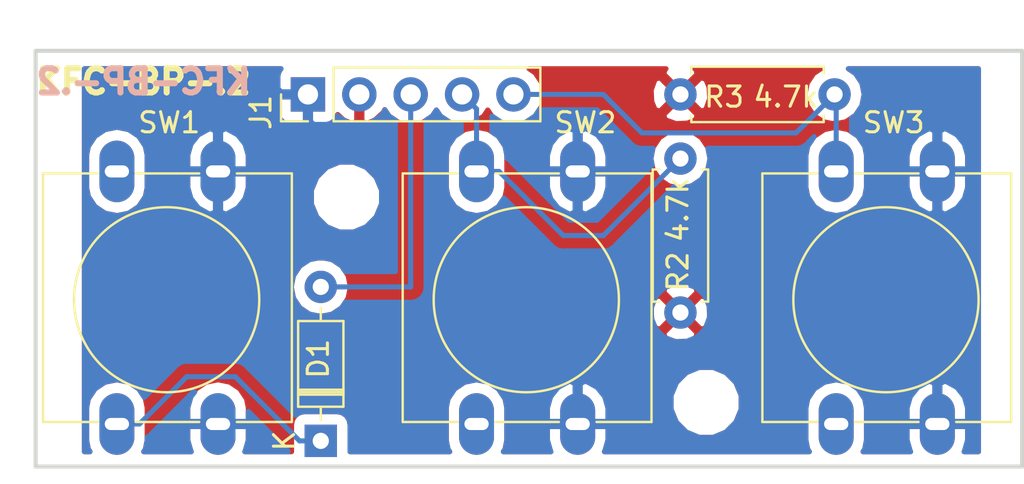
<source format=kicad_pcb>
(kicad_pcb (version 20171130) (host pcbnew "(5.0.1)-4")

  (general
    (thickness 1.6)
    (drawings 6)
    (tracks 19)
    (zones 0)
    (modules 9)
    (nets 7)
  )

  (page A4)
  (layers
    (0 F.Cu signal)
    (31 B.Cu signal)
    (32 B.Adhes user)
    (33 F.Adhes user)
    (34 B.Paste user)
    (35 F.Paste user)
    (36 B.SilkS user)
    (37 F.SilkS user)
    (38 B.Mask user)
    (39 F.Mask user)
    (40 Dwgs.User user)
    (41 Cmts.User user)
    (42 Eco1.User user)
    (43 Eco2.User user)
    (44 Edge.Cuts user)
    (45 Margin user)
    (46 B.CrtYd user)
    (47 F.CrtYd user)
    (48 B.Fab user)
    (49 F.Fab user)
  )

  (setup
    (last_trace_width 0.25)
    (trace_clearance 0.2)
    (zone_clearance 0.508)
    (zone_45_only no)
    (trace_min 0.2)
    (segment_width 0.2)
    (edge_width 0.1)
    (via_size 0.8)
    (via_drill 0.4)
    (via_min_size 0.4)
    (via_min_drill 0.3)
    (uvia_size 0.3)
    (uvia_drill 0.1)
    (uvias_allowed no)
    (uvia_min_size 0.2)
    (uvia_min_drill 0.1)
    (pcb_text_width 0.3)
    (pcb_text_size 1.5 1.5)
    (mod_edge_width 0.15)
    (mod_text_size 1 1)
    (mod_text_width 0.15)
    (pad_size 1.5 1.5)
    (pad_drill 0.6)
    (pad_to_mask_clearance 0)
    (aux_axis_origin 0 0)
    (visible_elements FFFFFF7F)
    (pcbplotparams
      (layerselection 0x010fc_ffffffff)
      (usegerberextensions false)
      (usegerberattributes false)
      (usegerberadvancedattributes false)
      (creategerberjobfile false)
      (excludeedgelayer true)
      (linewidth 0.100000)
      (plotframeref false)
      (viasonmask false)
      (mode 1)
      (useauxorigin false)
      (hpglpennumber 1)
      (hpglpenspeed 20)
      (hpglpendiameter 15.000000)
      (psnegative false)
      (psa4output false)
      (plotreference true)
      (plotvalue true)
      (plotinvisibletext false)
      (padsonsilk false)
      (subtractmaskfromsilk false)
      (outputformat 1)
      (mirror false)
      (drillshape 0)
      (scaleselection 1)
      (outputdirectory ""))
  )

  (net 0 "")
  (net 1 "Net-(D1-Pad1)")
  (net 2 "Net-(D1-Pad2)")
  (net 3 +5V)
  (net 4 GND)
  (net 5 "Net-(J1-Pad4)")
  (net 6 "Net-(J1-Pad5)")

  (net_class Default "This is the default net class."
    (clearance 0.2)
    (trace_width 0.25)
    (via_dia 0.8)
    (via_drill 0.4)
    (uvia_dia 0.3)
    (uvia_drill 0.1)
    (add_net +5V)
    (add_net GND)
    (add_net "Net-(D1-Pad1)")
    (add_net "Net-(D1-Pad2)")
    (add_net "Net-(J1-Pad4)")
    (add_net "Net-(J1-Pad5)")
  )

  (module MountingHole:MountingHole_2.2mm_M2 (layer F.Cu) (tedit 5C991034) (tstamp 5CBDC443)
    (at 154.305 62.865)
    (descr "Mounting Hole 2.2mm, no annular, M2")
    (tags "mounting hole 2.2mm no annular m2")
    (attr virtual)
    (fp_text reference REF** (at 0 -3.2) (layer F.Fab)
      (effects (font (size 1 1) (thickness 0.15)))
    )
    (fp_text value MountingHole_2.2mm_M2 (at 0 3.2) (layer F.Fab)
      (effects (font (size 1 1) (thickness 0.15)))
    )
    (fp_text user %R (at 0.3 0) (layer F.Fab)
      (effects (font (size 1 1) (thickness 0.15)))
    )
    (fp_circle (center 0 0) (end 2.2 0) (layer Cmts.User) (width 0.15))
    (fp_circle (center 0 0) (end 2.45 0) (layer F.CrtYd) (width 0.05))
    (pad 1 np_thru_hole circle (at 0 0) (size 2.2 2.2) (drill 2.2) (layers *.Cu *.Mask))
  )

  (module Diode_THT:D_DO-35_SOD27_P7.62mm_Horizontal (layer F.Cu) (tedit 5AE50CD5) (tstamp 5CBDB7C3)
    (at 135.255 64.77 90)
    (descr "Diode, DO-35_SOD27 series, Axial, Horizontal, pin pitch=7.62mm, , length*diameter=4*2mm^2, , http://www.diodes.com/_files/packages/DO-35.pdf")
    (tags "Diode DO-35_SOD27 series Axial Horizontal pin pitch 7.62mm  length 4mm diameter 2mm")
    (path /5C65F8A8)
    (fp_text reference D1 (at 4.064 -0.127 90) (layer F.SilkS)
      (effects (font (size 1 1) (thickness 0.15)))
    )
    (fp_text value D (at 3.81 2.12 90) (layer F.Fab)
      (effects (font (size 1 1) (thickness 0.15)))
    )
    (fp_line (start 1.81 -1) (end 1.81 1) (layer F.Fab) (width 0.1))
    (fp_line (start 1.81 1) (end 5.81 1) (layer F.Fab) (width 0.1))
    (fp_line (start 5.81 1) (end 5.81 -1) (layer F.Fab) (width 0.1))
    (fp_line (start 5.81 -1) (end 1.81 -1) (layer F.Fab) (width 0.1))
    (fp_line (start 0 0) (end 1.81 0) (layer F.Fab) (width 0.1))
    (fp_line (start 7.62 0) (end 5.81 0) (layer F.Fab) (width 0.1))
    (fp_line (start 2.41 -1) (end 2.41 1) (layer F.Fab) (width 0.1))
    (fp_line (start 2.51 -1) (end 2.51 1) (layer F.Fab) (width 0.1))
    (fp_line (start 2.31 -1) (end 2.31 1) (layer F.Fab) (width 0.1))
    (fp_line (start 1.69 -1.12) (end 1.69 1.12) (layer F.SilkS) (width 0.12))
    (fp_line (start 1.69 1.12) (end 5.93 1.12) (layer F.SilkS) (width 0.12))
    (fp_line (start 5.93 1.12) (end 5.93 -1.12) (layer F.SilkS) (width 0.12))
    (fp_line (start 5.93 -1.12) (end 1.69 -1.12) (layer F.SilkS) (width 0.12))
    (fp_line (start 1.04 0) (end 1.69 0) (layer F.SilkS) (width 0.12))
    (fp_line (start 6.58 0) (end 5.93 0) (layer F.SilkS) (width 0.12))
    (fp_line (start 2.41 -1.12) (end 2.41 1.12) (layer F.SilkS) (width 0.12))
    (fp_line (start 2.53 -1.12) (end 2.53 1.12) (layer F.SilkS) (width 0.12))
    (fp_line (start 2.29 -1.12) (end 2.29 1.12) (layer F.SilkS) (width 0.12))
    (fp_line (start -1.05 -1.25) (end -1.05 1.25) (layer F.CrtYd) (width 0.05))
    (fp_line (start -1.05 1.25) (end 8.67 1.25) (layer F.CrtYd) (width 0.05))
    (fp_line (start 8.67 1.25) (end 8.67 -1.25) (layer F.CrtYd) (width 0.05))
    (fp_line (start 8.67 -1.25) (end -1.05 -1.25) (layer F.CrtYd) (width 0.05))
    (fp_text user %R (at 4.11 0 90) (layer F.Fab)
      (effects (font (size 0.8 0.8) (thickness 0.12)))
    )
    (fp_text user K (at 0 -1.8 90) (layer F.Fab)
      (effects (font (size 1 1) (thickness 0.15)))
    )
    (fp_text user K (at 0 -1.8 90) (layer F.SilkS)
      (effects (font (size 1 1) (thickness 0.15)))
    )
    (pad 1 thru_hole rect (at 0 0 90) (size 1.6 1.6) (drill 0.8) (layers *.Cu *.Mask)
      (net 1 "Net-(D1-Pad1)"))
    (pad 2 thru_hole oval (at 7.62 0 90) (size 1.6 1.6) (drill 0.8) (layers *.Cu *.Mask)
      (net 2 "Net-(D1-Pad2)"))
    (model ${KISYS3DMOD}/Diode_THT.3dshapes/D_DO-35_SOD27_P7.62mm_Horizontal.wrl
      (at (xyz 0 0 0))
      (scale (xyz 1 1 1))
      (rotate (xyz 0 0 0))
    )
  )

  (module Connector_PinHeader_2.54mm:PinHeader_1x05_P2.54mm_Vertical (layer F.Cu) (tedit 59FED5CC) (tstamp 5CBDB7DC)
    (at 134.62 47.625 90)
    (descr "Through hole straight pin header, 1x05, 2.54mm pitch, single row")
    (tags "Through hole pin header THT 1x05 2.54mm single row")
    (path /5C5B14C4)
    (fp_text reference J1 (at -0.889 -2.33 90) (layer F.SilkS)
      (effects (font (size 1 1) (thickness 0.15)))
    )
    (fp_text value Conn_01x05 (at 0 12.49 90) (layer F.Fab)
      (effects (font (size 1 1) (thickness 0.15)))
    )
    (fp_line (start -0.635 -1.27) (end 1.27 -1.27) (layer F.Fab) (width 0.1))
    (fp_line (start 1.27 -1.27) (end 1.27 11.43) (layer F.Fab) (width 0.1))
    (fp_line (start 1.27 11.43) (end -1.27 11.43) (layer F.Fab) (width 0.1))
    (fp_line (start -1.27 11.43) (end -1.27 -0.635) (layer F.Fab) (width 0.1))
    (fp_line (start -1.27 -0.635) (end -0.635 -1.27) (layer F.Fab) (width 0.1))
    (fp_line (start -1.33 11.49) (end 1.33 11.49) (layer F.SilkS) (width 0.12))
    (fp_line (start -1.33 1.27) (end -1.33 11.49) (layer F.SilkS) (width 0.12))
    (fp_line (start 1.33 1.27) (end 1.33 11.49) (layer F.SilkS) (width 0.12))
    (fp_line (start -1.33 1.27) (end 1.33 1.27) (layer F.SilkS) (width 0.12))
    (fp_line (start -1.33 0) (end -1.33 -1.33) (layer F.SilkS) (width 0.12))
    (fp_line (start -1.33 -1.33) (end 0 -1.33) (layer F.SilkS) (width 0.12))
    (fp_line (start -1.8 -1.8) (end -1.8 11.95) (layer F.CrtYd) (width 0.05))
    (fp_line (start -1.8 11.95) (end 1.8 11.95) (layer F.CrtYd) (width 0.05))
    (fp_line (start 1.8 11.95) (end 1.8 -1.8) (layer F.CrtYd) (width 0.05))
    (fp_line (start 1.8 -1.8) (end -1.8 -1.8) (layer F.CrtYd) (width 0.05))
    (fp_text user %R (at 0 5.08 180) (layer F.Fab)
      (effects (font (size 1 1) (thickness 0.15)))
    )
    (pad 1 thru_hole rect (at 0 0 90) (size 1.7 1.7) (drill 1) (layers *.Cu *.Mask)
      (net 3 +5V))
    (pad 2 thru_hole oval (at 0 2.54 90) (size 1.7 1.7) (drill 1) (layers *.Cu *.Mask)
      (net 4 GND))
    (pad 3 thru_hole oval (at 0 5.08 90) (size 1.7 1.7) (drill 1) (layers *.Cu *.Mask)
      (net 2 "Net-(D1-Pad2)"))
    (pad 4 thru_hole oval (at 0 7.62 90) (size 1.7 1.7) (drill 1) (layers *.Cu *.Mask)
      (net 5 "Net-(J1-Pad4)"))
    (pad 5 thru_hole oval (at 0 10.16 90) (size 1.7 1.7) (drill 1) (layers *.Cu *.Mask)
      (net 6 "Net-(J1-Pad5)"))
    (model ${KISYS3DMOD}/Connector_PinHeader_2.54mm.3dshapes/PinHeader_1x05_P2.54mm_Vertical.wrl
      (at (xyz 0 0 0))
      (scale (xyz 1 1 1))
      (rotate (xyz 0 0 0))
    )
  )

  (module Resistor_THT:R_Axial_DIN0207_L6.3mm_D2.5mm_P7.62mm_Horizontal (layer F.Cu) (tedit 5C9910B0) (tstamp 5CBDB7F3)
    (at 153.035 58.42 90)
    (descr "Resistor, Axial_DIN0207 series, Axial, Horizontal, pin pitch=7.62mm, 0.25W = 1/4W, length*diameter=6.3*2.5mm^2, http://cdn-reichelt.de/documents/datenblatt/B400/1_4W%23YAG.pdf")
    (tags "Resistor Axial_DIN0207 series Axial Horizontal pin pitch 7.62mm 0.25W = 1/4W length 6.3mm diameter 2.5mm")
    (path /5C5B1DD1)
    (fp_text reference R2 (at 2.032 -0.127 90) (layer F.SilkS)
      (effects (font (size 1 1) (thickness 0.15)))
    )
    (fp_text value 4.7k (at 5.08 -0.127 90) (layer F.SilkS)
      (effects (font (size 1 1) (thickness 0.15)))
    )
    (fp_text user %R (at 3.868999 -0.138001 90) (layer F.Fab)
      (effects (font (size 1 1) (thickness 0.15)))
    )
    (fp_line (start 8.67 -1.5) (end -1.05 -1.5) (layer F.CrtYd) (width 0.05))
    (fp_line (start 8.67 1.5) (end 8.67 -1.5) (layer F.CrtYd) (width 0.05))
    (fp_line (start -1.05 1.5) (end 8.67 1.5) (layer F.CrtYd) (width 0.05))
    (fp_line (start -1.05 -1.5) (end -1.05 1.5) (layer F.CrtYd) (width 0.05))
    (fp_line (start 7.08 1.37) (end 7.08 1.04) (layer F.SilkS) (width 0.12))
    (fp_line (start 0.54 1.37) (end 7.08 1.37) (layer F.SilkS) (width 0.12))
    (fp_line (start 0.54 1.04) (end 0.54 1.37) (layer F.SilkS) (width 0.12))
    (fp_line (start 7.08 -1.37) (end 7.08 -1.04) (layer F.SilkS) (width 0.12))
    (fp_line (start 0.54 -1.37) (end 7.08 -1.37) (layer F.SilkS) (width 0.12))
    (fp_line (start 0.54 -1.04) (end 0.54 -1.37) (layer F.SilkS) (width 0.12))
    (fp_line (start 7.62 0) (end 6.96 0) (layer F.Fab) (width 0.1))
    (fp_line (start 0 0) (end 0.66 0) (layer F.Fab) (width 0.1))
    (fp_line (start 6.96 -1.25) (end 0.66 -1.25) (layer F.Fab) (width 0.1))
    (fp_line (start 6.96 1.25) (end 6.96 -1.25) (layer F.Fab) (width 0.1))
    (fp_line (start 0.66 1.25) (end 6.96 1.25) (layer F.Fab) (width 0.1))
    (fp_line (start 0.66 -1.25) (end 0.66 1.25) (layer F.Fab) (width 0.1))
    (pad 2 thru_hole oval (at 7.62 0 90) (size 1.6 1.6) (drill 0.8) (layers *.Cu *.Mask)
      (net 5 "Net-(J1-Pad4)"))
    (pad 1 thru_hole circle (at 0 0 90) (size 1.6 1.6) (drill 0.8) (layers *.Cu *.Mask)
      (net 4 GND))
    (model ${KISYS3DMOD}/Resistor_THT.3dshapes/R_Axial_DIN0207_L6.3mm_D2.5mm_P7.62mm_Horizontal.wrl
      (at (xyz 0 0 0))
      (scale (xyz 1 1 1))
      (rotate (xyz 0 0 0))
    )
  )

  (module Resistor_THT:R_Axial_DIN0207_L6.3mm_D2.5mm_P7.62mm_Horizontal (layer F.Cu) (tedit 5C990FF8) (tstamp 5CBDB80A)
    (at 153.035 47.625)
    (descr "Resistor, Axial_DIN0207 series, Axial, Horizontal, pin pitch=7.62mm, 0.25W = 1/4W, length*diameter=6.3*2.5mm^2, http://cdn-reichelt.de/documents/datenblatt/B400/1_4W%23YAG.pdf")
    (tags "Resistor Axial_DIN0207 series Axial Horizontal pin pitch 7.62mm 0.25W = 1/4W length 6.3mm diameter 2.5mm")
    (path /5C5B1D0D)
    (fp_text reference R3 (at 2.159 0.127) (layer F.SilkS)
      (effects (font (size 1 1) (thickness 0.15)))
    )
    (fp_text value 4.7k (at 5.207 0.127) (layer F.SilkS)
      (effects (font (size 1 1) (thickness 0.15)))
    )
    (fp_line (start 0.66 -1.25) (end 0.66 1.25) (layer F.Fab) (width 0.1))
    (fp_line (start 0.66 1.25) (end 6.96 1.25) (layer F.Fab) (width 0.1))
    (fp_line (start 6.96 1.25) (end 6.96 -1.25) (layer F.Fab) (width 0.1))
    (fp_line (start 6.96 -1.25) (end 0.66 -1.25) (layer F.Fab) (width 0.1))
    (fp_line (start 0 0) (end 0.66 0) (layer F.Fab) (width 0.1))
    (fp_line (start 7.62 0) (end 6.96 0) (layer F.Fab) (width 0.1))
    (fp_line (start 0.54 -1.04) (end 0.54 -1.37) (layer F.SilkS) (width 0.12))
    (fp_line (start 0.54 -1.37) (end 7.08 -1.37) (layer F.SilkS) (width 0.12))
    (fp_line (start 7.08 -1.37) (end 7.08 -1.04) (layer F.SilkS) (width 0.12))
    (fp_line (start 0.54 1.04) (end 0.54 1.37) (layer F.SilkS) (width 0.12))
    (fp_line (start 0.54 1.37) (end 7.08 1.37) (layer F.SilkS) (width 0.12))
    (fp_line (start 7.08 1.37) (end 7.08 1.04) (layer F.SilkS) (width 0.12))
    (fp_line (start -1.05 -1.5) (end -1.05 1.5) (layer F.CrtYd) (width 0.05))
    (fp_line (start -1.05 1.5) (end 8.67 1.5) (layer F.CrtYd) (width 0.05))
    (fp_line (start 8.67 1.5) (end 8.67 -1.5) (layer F.CrtYd) (width 0.05))
    (fp_line (start 8.67 -1.5) (end -1.05 -1.5) (layer F.CrtYd) (width 0.05))
    (fp_text user %R (at 3.81 0) (layer F.Fab)
      (effects (font (size 1 1) (thickness 0.15)))
    )
    (pad 1 thru_hole circle (at 0 0) (size 1.6 1.6) (drill 0.8) (layers *.Cu *.Mask)
      (net 4 GND))
    (pad 2 thru_hole oval (at 7.62 0) (size 1.6 1.6) (drill 0.8) (layers *.Cu *.Mask)
      (net 6 "Net-(J1-Pad5)"))
    (model ${KISYS3DMOD}/Resistor_THT.3dshapes/R_Axial_DIN0207_L6.3mm_D2.5mm_P7.62mm_Horizontal.wrl
      (at (xyz 0 0 0))
      (scale (xyz 1 1 1))
      (rotate (xyz 0 0 0))
    )
  )

  (module Custom:SW_PUSH-12mm_widepinholes locked (layer F.Cu) (tedit 5C990B72) (tstamp 5CBDB824)
    (at 130.175 51.435 270)
    (descr "SW PUSH 12mm https://www.e-switch.com/system/asset/product_line/data_sheet/143/TL1100.pdf")
    (tags "tact sw push 12mm")
    (path /5C5B177D)
    (fp_text reference SW1 (at -2.413 2.413) (layer F.SilkS)
      (effects (font (size 1 1) (thickness 0.15)))
    )
    (fp_text value SW_SPST (at 6.62 9.93 270) (layer F.Fab)
      (effects (font (size 1 1) (thickness 0.15)))
    )
    (fp_line (start 0.25 8.5) (end 12.25 8.5) (layer F.Fab) (width 0.1))
    (fp_line (start 0.25 -3.5) (end 12.25 -3.5) (layer F.Fab) (width 0.1))
    (fp_line (start 12.25 -3.5) (end 12.25 8.5) (layer F.Fab) (width 0.1))
    (fp_text user %R (at 6.35 2.54 270) (layer F.Fab)
      (effects (font (size 1 1) (thickness 0.15)))
    )
    (fp_line (start 0.1 -3.65) (end 12.4 -3.65) (layer F.SilkS) (width 0.12))
    (fp_line (start 12.4 0.93) (end 12.4 4.07) (layer F.SilkS) (width 0.12))
    (fp_line (start 12.4 8.65) (end 0.1 8.65) (layer F.SilkS) (width 0.12))
    (fp_line (start 0.1 -0.93) (end 0.1 -3.65) (layer F.SilkS) (width 0.12))
    (fp_line (start -1.77 -3.75) (end 14.25 -3.75) (layer F.CrtYd) (width 0.05))
    (fp_line (start -1.77 -3.75) (end -1.77 8.75) (layer F.CrtYd) (width 0.05))
    (fp_line (start 14.25 8.75) (end 14.25 -3.75) (layer F.CrtYd) (width 0.05))
    (fp_line (start 14.25 8.75) (end -1.77 8.75) (layer F.CrtYd) (width 0.05))
    (fp_circle (center 6.35 2.54) (end 10.16 5.08) (layer F.SilkS) (width 0.12))
    (fp_line (start 0.25 -3.5) (end 0.25 8.5) (layer F.Fab) (width 0.1))
    (fp_line (start 0.1 8.65) (end 0.1 5.93) (layer F.SilkS) (width 0.12))
    (fp_line (start 0.1 4.07) (end 0.1 0.93) (layer F.SilkS) (width 0.12))
    (fp_line (start 12.4 5.93) (end 12.4 8.65) (layer F.SilkS) (width 0.12))
    (fp_line (start 12.4 -3.65) (end 12.4 -0.93) (layer F.SilkS) (width 0.12))
    (pad 1 thru_hole oval (at 12.5 0 270) (size 3.048 1.7272) (drill oval 0.6 1.2) (layers *.Cu *.Mask)
      (net 3 +5V))
    (pad 2 thru_hole oval (at 12.5 5 270) (size 3.048 1.7272) (drill oval 0.6 1.2) (layers *.Cu *.Mask)
      (net 1 "Net-(D1-Pad1)"))
    (pad 1 thru_hole oval (at 0 0 270) (size 3.048 1.7272) (drill oval 0.6 1.2) (layers *.Cu *.Mask)
      (net 3 +5V))
    (pad 2 thru_hole oval (at 0 5 270) (size 3.048 1.7272) (drill oval 0.6 1.2) (layers *.Cu *.Mask)
      (net 1 "Net-(D1-Pad1)"))
    (model ${KISYS3DMOD}/Button_Switch_THT.3dshapes/SW_PUSH-12mm.wrl
      (at (xyz 0 0 0))
      (scale (xyz 1 1 1))
      (rotate (xyz 0 0 0))
    )
  )

  (module Custom:SW_PUSH-12mm_widepinholes locked (layer F.Cu) (tedit 5C990B72) (tstamp 5CBDB83E)
    (at 147.955 51.435 270)
    (descr "SW PUSH 12mm https://www.e-switch.com/system/asset/product_line/data_sheet/143/TL1100.pdf")
    (tags "tact sw push 12mm")
    (path /5C5B17E0)
    (fp_text reference SW2 (at -2.413 -0.381) (layer F.SilkS)
      (effects (font (size 1 1) (thickness 0.15)))
    )
    (fp_text value SW_SPST (at 6.62 9.93 270) (layer F.Fab)
      (effects (font (size 1 1) (thickness 0.15)))
    )
    (fp_line (start 12.4 -3.65) (end 12.4 -0.93) (layer F.SilkS) (width 0.12))
    (fp_line (start 12.4 5.93) (end 12.4 8.65) (layer F.SilkS) (width 0.12))
    (fp_line (start 0.1 4.07) (end 0.1 0.93) (layer F.SilkS) (width 0.12))
    (fp_line (start 0.1 8.65) (end 0.1 5.93) (layer F.SilkS) (width 0.12))
    (fp_line (start 0.25 -3.5) (end 0.25 8.5) (layer F.Fab) (width 0.1))
    (fp_circle (center 6.35 2.54) (end 10.16 5.08) (layer F.SilkS) (width 0.12))
    (fp_line (start 14.25 8.75) (end -1.77 8.75) (layer F.CrtYd) (width 0.05))
    (fp_line (start 14.25 8.75) (end 14.25 -3.75) (layer F.CrtYd) (width 0.05))
    (fp_line (start -1.77 -3.75) (end -1.77 8.75) (layer F.CrtYd) (width 0.05))
    (fp_line (start -1.77 -3.75) (end 14.25 -3.75) (layer F.CrtYd) (width 0.05))
    (fp_line (start 0.1 -0.93) (end 0.1 -3.65) (layer F.SilkS) (width 0.12))
    (fp_line (start 12.4 8.65) (end 0.1 8.65) (layer F.SilkS) (width 0.12))
    (fp_line (start 12.4 0.93) (end 12.4 4.07) (layer F.SilkS) (width 0.12))
    (fp_line (start 0.1 -3.65) (end 12.4 -3.65) (layer F.SilkS) (width 0.12))
    (fp_text user %R (at 6.35 2.54 270) (layer F.Fab)
      (effects (font (size 1 1) (thickness 0.15)))
    )
    (fp_line (start 12.25 -3.5) (end 12.25 8.5) (layer F.Fab) (width 0.1))
    (fp_line (start 0.25 -3.5) (end 12.25 -3.5) (layer F.Fab) (width 0.1))
    (fp_line (start 0.25 8.5) (end 12.25 8.5) (layer F.Fab) (width 0.1))
    (pad 2 thru_hole oval (at 0 5 270) (size 3.048 1.7272) (drill oval 0.6 1.2) (layers *.Cu *.Mask)
      (net 5 "Net-(J1-Pad4)"))
    (pad 1 thru_hole oval (at 0 0 270) (size 3.048 1.7272) (drill oval 0.6 1.2) (layers *.Cu *.Mask)
      (net 3 +5V))
    (pad 2 thru_hole oval (at 12.5 5 270) (size 3.048 1.7272) (drill oval 0.6 1.2) (layers *.Cu *.Mask)
      (net 5 "Net-(J1-Pad4)"))
    (pad 1 thru_hole oval (at 12.5 0 270) (size 3.048 1.7272) (drill oval 0.6 1.2) (layers *.Cu *.Mask)
      (net 3 +5V))
    (model ${KISYS3DMOD}/Button_Switch_THT.3dshapes/SW_PUSH-12mm.wrl
      (at (xyz 0 0 0))
      (scale (xyz 1 1 1))
      (rotate (xyz 0 0 0))
    )
  )

  (module Custom:SW_PUSH-12mm_widepinholes locked (layer F.Cu) (tedit 5C990B72) (tstamp 5CBDB858)
    (at 165.735 51.435 270)
    (descr "SW PUSH 12mm https://www.e-switch.com/system/asset/product_line/data_sheet/143/TL1100.pdf")
    (tags "tact sw push 12mm")
    (path /5C5B184A)
    (fp_text reference SW3 (at -2.413 2.159) (layer F.SilkS)
      (effects (font (size 1 1) (thickness 0.15)))
    )
    (fp_text value SW_SPST (at 6.62 9.93 270) (layer F.Fab)
      (effects (font (size 1 1) (thickness 0.15)))
    )
    (fp_line (start 0.25 8.5) (end 12.25 8.5) (layer F.Fab) (width 0.1))
    (fp_line (start 0.25 -3.5) (end 12.25 -3.5) (layer F.Fab) (width 0.1))
    (fp_line (start 12.25 -3.5) (end 12.25 8.5) (layer F.Fab) (width 0.1))
    (fp_text user %R (at 6.35 2.54 270) (layer F.Fab)
      (effects (font (size 1 1) (thickness 0.15)))
    )
    (fp_line (start 0.1 -3.65) (end 12.4 -3.65) (layer F.SilkS) (width 0.12))
    (fp_line (start 12.4 0.93) (end 12.4 4.07) (layer F.SilkS) (width 0.12))
    (fp_line (start 12.4 8.65) (end 0.1 8.65) (layer F.SilkS) (width 0.12))
    (fp_line (start 0.1 -0.93) (end 0.1 -3.65) (layer F.SilkS) (width 0.12))
    (fp_line (start -1.77 -3.75) (end 14.25 -3.75) (layer F.CrtYd) (width 0.05))
    (fp_line (start -1.77 -3.75) (end -1.77 8.75) (layer F.CrtYd) (width 0.05))
    (fp_line (start 14.25 8.75) (end 14.25 -3.75) (layer F.CrtYd) (width 0.05))
    (fp_line (start 14.25 8.75) (end -1.77 8.75) (layer F.CrtYd) (width 0.05))
    (fp_circle (center 6.35 2.54) (end 10.16 5.08) (layer F.SilkS) (width 0.12))
    (fp_line (start 0.25 -3.5) (end 0.25 8.5) (layer F.Fab) (width 0.1))
    (fp_line (start 0.1 8.65) (end 0.1 5.93) (layer F.SilkS) (width 0.12))
    (fp_line (start 0.1 4.07) (end 0.1 0.93) (layer F.SilkS) (width 0.12))
    (fp_line (start 12.4 5.93) (end 12.4 8.65) (layer F.SilkS) (width 0.12))
    (fp_line (start 12.4 -3.65) (end 12.4 -0.93) (layer F.SilkS) (width 0.12))
    (pad 1 thru_hole oval (at 12.5 0 270) (size 3.048 1.7272) (drill oval 0.6 1.2) (layers *.Cu *.Mask)
      (net 3 +5V))
    (pad 2 thru_hole oval (at 12.5 5 270) (size 3.048 1.7272) (drill oval 0.6 1.2) (layers *.Cu *.Mask)
      (net 6 "Net-(J1-Pad5)"))
    (pad 1 thru_hole oval (at 0 0 270) (size 3.048 1.7272) (drill oval 0.6 1.2) (layers *.Cu *.Mask)
      (net 3 +5V))
    (pad 2 thru_hole oval (at 0 5 270) (size 3.048 1.7272) (drill oval 0.6 1.2) (layers *.Cu *.Mask)
      (net 6 "Net-(J1-Pad5)"))
    (model ${KISYS3DMOD}/Button_Switch_THT.3dshapes/SW_PUSH-12mm.wrl
      (at (xyz 0 0 0))
      (scale (xyz 1 1 1))
      (rotate (xyz 0 0 0))
    )
  )

  (module MountingHole:MountingHole_2.2mm_M2 (layer F.Cu) (tedit 5C99102B) (tstamp 5CBDC40D)
    (at 136.525 52.705)
    (descr "Mounting Hole 2.2mm, no annular, M2")
    (tags "mounting hole 2.2mm no annular m2")
    (attr virtual)
    (fp_text reference REF** (at 0 -3.2) (layer F.Fab)
      (effects (font (size 1 1) (thickness 0.15)))
    )
    (fp_text value MountingHole_2.2mm_M2 (at 0 3.2) (layer F.Fab)
      (effects (font (size 1 1) (thickness 0.15)))
    )
    (fp_circle (center 0 0) (end 2.45 0) (layer F.CrtYd) (width 0.05))
    (fp_circle (center 0 0) (end 2.2 0) (layer Cmts.User) (width 0.15))
    (fp_text user %R (at 0.3 0) (layer F.Fab)
      (effects (font (size 1 1) (thickness 0.15)))
    )
    (pad 1 np_thru_hole circle (at 0 0) (size 2.2 2.2) (drill 2.2) (layers *.Cu *.Mask))
  )

  (gr_text KFC-BP-.2 (at 126.492 46.99) (layer B.SilkS) (tstamp 5CBDC79E)
    (effects (font (size 1.2 1.2) (thickness 0.3)) (justify mirror))
  )
  (gr_text KFC-BP-.2 (at 126.492 46.99) (layer F.SilkS)
    (effects (font (size 1.2 1.2) (thickness 0.3)))
  )
  (gr_line (start 169.926 45.466) (end 169.926 66.04) (layer Edge.Cuts) (width 0.2))
  (gr_line (start 121.158 45.466) (end 169.926 45.466) (layer Edge.Cuts) (width 0.2))
  (gr_line (start 121.158 66.04) (end 121.158 45.466) (layer Edge.Cuts) (width 0.2))
  (gr_line (start 169.926 66.04) (end 121.158 66.04) (layer Edge.Cuts) (width 0.2))

  (segment (start 126.2886 63.935) (end 128.6286 61.595) (width 0.25) (layer B.Cu) (net 1))
  (segment (start 125.175 63.935) (end 126.2886 63.935) (width 0.25) (layer B.Cu) (net 1))
  (segment (start 134.205 64.77) (end 135.255 64.77) (width 0.25) (layer B.Cu) (net 1))
  (segment (start 131.03 61.595) (end 134.205 64.77) (width 0.25) (layer B.Cu) (net 1))
  (segment (start 128.6286 61.595) (end 131.03 61.595) (width 0.25) (layer B.Cu) (net 1))
  (segment (start 135.255 57.15) (end 139.7 57.15) (width 0.25) (layer B.Cu) (net 2))
  (segment (start 139.7 57.15) (end 139.7 47.625) (width 0.25) (layer B.Cu) (net 2))
  (segment (start 144.0686 51.435) (end 142.955 51.435) (width 0.25) (layer B.Cu) (net 5))
  (segment (start 147.2436 54.61) (end 144.0686 51.435) (width 0.25) (layer B.Cu) (net 5))
  (segment (start 149.225 54.61) (end 147.2436 54.61) (width 0.25) (layer B.Cu) (net 5))
  (segment (start 153.035 50.8) (end 149.225 54.61) (width 0.25) (layer B.Cu) (net 5))
  (segment (start 142.955 48.34) (end 142.24 47.625) (width 0.25) (layer B.Cu) (net 5))
  (segment (start 142.955 51.435) (end 142.955 48.34) (width 0.25) (layer B.Cu) (net 5))
  (segment (start 160.735 47.705) (end 160.655 47.625) (width 0.25) (layer B.Cu) (net 6))
  (segment (start 160.735 51.435) (end 160.735 47.705) (width 0.25) (layer B.Cu) (net 6))
  (segment (start 160.655 47.625) (end 158.75 49.53) (width 0.25) (layer B.Cu) (net 6))
  (segment (start 158.75 49.53) (end 151.13 49.53) (width 0.25) (layer B.Cu) (net 6))
  (segment (start 149.225 47.625) (end 144.78 47.625) (width 0.25) (layer B.Cu) (net 6))
  (segment (start 151.13 49.53) (end 149.225 47.625) (width 0.25) (layer B.Cu) (net 6))

  (zone (net 3) (net_name +5V) (layer B.Cu) (tstamp 5CBDC857) (hatch edge 0.508)
    (connect_pads (clearance 0.508))
    (min_thickness 0.254)
    (fill yes (arc_segments 16) (thermal_gap 0.508) (thermal_bridge_width 0.508))
    (polygon
      (pts
        (xy 123.444 51.816) (xy 123.444 49.53) (xy 123.444 46.228) (xy 167.894 46.228) (xy 167.894 65.786)
        (xy 123.444 65.786)
      )
    )
    (filled_polygon
      (pts
        (xy 128.839075 62.583778) (xy 128.6764 63.1476) (xy 128.6764 63.808) (xy 130.048 63.808) (xy 130.048 63.788)
        (xy 130.302 63.788) (xy 130.302 63.808) (xy 131.6736 63.808) (xy 131.6736 63.313401) (xy 133.614671 65.254473)
        (xy 133.648432 65.305) (xy 131.495938 65.305) (xy 131.510925 65.286222) (xy 131.6736 64.7224) (xy 131.6736 64.062)
        (xy 130.302 64.062) (xy 130.302 64.082) (xy 130.048 64.082) (xy 130.048 64.062) (xy 128.6764 64.062)
        (xy 128.6764 64.7224) (xy 128.839075 65.286222) (xy 128.854062 65.305) (xy 126.503211 65.305) (xy 126.58665 65.180125)
        (xy 126.6736 64.742998) (xy 126.6736 64.591795) (xy 126.836529 64.482929) (xy 126.878931 64.41947) (xy 128.943402 62.355)
        (xy 129.021667 62.355)
      )
    )
    (filled_polygon
      (pts
        (xy 133.231673 46.415302) (xy 133.135 46.648691) (xy 133.135 47.33925) (xy 133.29375 47.498) (xy 134.493 47.498)
        (xy 134.493 47.478) (xy 134.747 47.478) (xy 134.747 47.498) (xy 134.767 47.498) (xy 134.767 47.752)
        (xy 134.747 47.752) (xy 134.747 48.95125) (xy 134.90575 49.11) (xy 135.59631 49.11) (xy 135.829699 49.013327)
        (xy 136.008327 48.834698) (xy 136.074904 48.673967) (xy 136.089375 48.695625) (xy 136.580582 49.023839) (xy 137.013744 49.11)
        (xy 137.306256 49.11) (xy 137.739418 49.023839) (xy 138.230625 48.695625) (xy 138.43 48.397239) (xy 138.629375 48.695625)
        (xy 138.940001 48.903179) (xy 138.94 56.39) (xy 136.473043 56.39) (xy 136.289577 56.115423) (xy 135.814909 55.79826)
        (xy 135.396333 55.715) (xy 135.113667 55.715) (xy 134.695091 55.79826) (xy 134.220423 56.115423) (xy 133.90326 56.590091)
        (xy 133.791887 57.15) (xy 133.90326 57.709909) (xy 134.220423 58.184577) (xy 134.695091 58.50174) (xy 135.113667 58.585)
        (xy 135.396333 58.585) (xy 135.814909 58.50174) (xy 136.289577 58.184577) (xy 136.322996 58.134561) (xy 151.6 58.134561)
        (xy 151.6 58.705439) (xy 151.818466 59.232862) (xy 152.222138 59.636534) (xy 152.749561 59.855) (xy 153.320439 59.855)
        (xy 153.847862 59.636534) (xy 154.251534 59.232862) (xy 154.47 58.705439) (xy 154.47 58.134561) (xy 154.251534 57.607138)
        (xy 153.847862 57.203466) (xy 153.320439 56.985) (xy 152.749561 56.985) (xy 152.222138 57.203466) (xy 151.818466 57.607138)
        (xy 151.6 58.134561) (xy 136.322996 58.134561) (xy 136.473043 57.91) (xy 139.625148 57.91) (xy 139.7 57.924889)
        (xy 139.774852 57.91) (xy 139.996537 57.865904) (xy 140.247929 57.697929) (xy 140.415904 57.446537) (xy 140.474889 57.15)
        (xy 140.46 57.075148) (xy 140.46 48.903178) (xy 140.770625 48.695625) (xy 140.97 48.397239) (xy 141.169375 48.695625)
        (xy 141.660582 49.023839) (xy 142.093744 49.11) (xy 142.195001 49.11) (xy 142.195001 49.480065) (xy 141.874571 49.69417)
        (xy 141.543351 50.189875) (xy 141.4564 50.627002) (xy 141.4564 52.242997) (xy 141.54335 52.680124) (xy 141.87457 53.17583)
        (xy 142.370275 53.50705) (xy 142.955 53.623359) (xy 143.539724 53.50705) (xy 144.03543 53.17583) (xy 144.31549 52.756691)
        (xy 146.653271 55.094473) (xy 146.695671 55.157929) (xy 146.947063 55.325904) (xy 147.168748 55.37) (xy 147.168752 55.37)
        (xy 147.243599 55.384888) (xy 147.318446 55.37) (xy 149.150153 55.37) (xy 149.225 55.384888) (xy 149.299847 55.37)
        (xy 149.299852 55.37) (xy 149.521537 55.325904) (xy 149.772929 55.157929) (xy 149.815331 55.09447) (xy 152.711114 52.198688)
        (xy 152.893667 52.235) (xy 153.176333 52.235) (xy 153.594909 52.15174) (xy 154.069577 51.834577) (xy 154.38674 51.359909)
        (xy 154.498113 50.8) (xy 154.396668 50.29) (xy 158.675153 50.29) (xy 158.75 50.304888) (xy 158.824847 50.29)
        (xy 158.824852 50.29) (xy 159.046537 50.245904) (xy 159.297929 50.077929) (xy 159.340331 50.01447) (xy 159.642368 49.712434)
        (xy 159.323351 50.189875) (xy 159.2364 50.627002) (xy 159.2364 52.242997) (xy 159.32335 52.680124) (xy 159.65457 53.17583)
        (xy 160.150275 53.50705) (xy 160.735 53.623359) (xy 161.319724 53.50705) (xy 161.81543 53.17583) (xy 162.14665 52.680125)
        (xy 162.2336 52.242998) (xy 162.2336 51.562) (xy 164.2364 51.562) (xy 164.2364 52.2224) (xy 164.399075 52.786222)
        (xy 164.765132 53.244873) (xy 165.278843 53.528527) (xy 165.375974 53.550358) (xy 165.608 53.429217) (xy 165.608 51.562)
        (xy 165.862 51.562) (xy 165.862 53.429217) (xy 166.094026 53.550358) (xy 166.191157 53.528527) (xy 166.704868 53.244873)
        (xy 167.070925 52.786222) (xy 167.2336 52.2224) (xy 167.2336 51.562) (xy 165.862 51.562) (xy 165.608 51.562)
        (xy 164.2364 51.562) (xy 162.2336 51.562) (xy 162.2336 50.6476) (xy 164.2364 50.6476) (xy 164.2364 51.308)
        (xy 165.608 51.308) (xy 165.608 49.440783) (xy 165.862 49.440783) (xy 165.862 51.308) (xy 167.2336 51.308)
        (xy 167.2336 50.6476) (xy 167.070925 50.083778) (xy 166.704868 49.625127) (xy 166.191157 49.341473) (xy 166.094026 49.319642)
        (xy 165.862 49.440783) (xy 165.608 49.440783) (xy 165.375974 49.319642) (xy 165.278843 49.341473) (xy 164.765132 49.625127)
        (xy 164.399075 50.083778) (xy 164.2364 50.6476) (xy 162.2336 50.6476) (xy 162.2336 50.627002) (xy 162.14665 50.189875)
        (xy 161.81543 49.69417) (xy 161.495 49.480065) (xy 161.495 48.789589) (xy 161.689577 48.659577) (xy 162.00674 48.184909)
        (xy 162.118113 47.625) (xy 162.00674 47.065091) (xy 161.689577 46.590423) (xy 161.337242 46.355) (xy 167.767 46.355)
        (xy 167.767 65.305) (xy 167.055938 65.305) (xy 167.070925 65.286222) (xy 167.2336 64.7224) (xy 167.2336 64.062)
        (xy 165.862 64.062) (xy 165.862 64.082) (xy 165.608 64.082) (xy 165.608 64.062) (xy 164.2364 64.062)
        (xy 164.2364 64.7224) (xy 164.399075 65.286222) (xy 164.414062 65.305) (xy 162.063211 65.305) (xy 162.14665 65.180125)
        (xy 162.2336 64.742998) (xy 162.2336 63.1476) (xy 164.2364 63.1476) (xy 164.2364 63.808) (xy 165.608 63.808)
        (xy 165.608 61.940783) (xy 165.862 61.940783) (xy 165.862 63.808) (xy 167.2336 63.808) (xy 167.2336 63.1476)
        (xy 167.070925 62.583778) (xy 166.704868 62.125127) (xy 166.191157 61.841473) (xy 166.094026 61.819642) (xy 165.862 61.940783)
        (xy 165.608 61.940783) (xy 165.375974 61.819642) (xy 165.278843 61.841473) (xy 164.765132 62.125127) (xy 164.399075 62.583778)
        (xy 164.2364 63.1476) (xy 162.2336 63.1476) (xy 162.2336 63.127002) (xy 162.14665 62.689875) (xy 161.81543 62.19417)
        (xy 161.319725 61.86295) (xy 160.735 61.746641) (xy 160.150276 61.86295) (xy 159.654571 62.19417) (xy 159.323351 62.689875)
        (xy 159.2364 63.127002) (xy 159.2364 64.742997) (xy 159.32335 65.180124) (xy 159.406789 65.305) (xy 149.275938 65.305)
        (xy 149.290925 65.286222) (xy 149.4536 64.7224) (xy 149.4536 64.062) (xy 148.082 64.062) (xy 148.082 64.082)
        (xy 147.828 64.082) (xy 147.828 64.062) (xy 146.4564 64.062) (xy 146.4564 64.7224) (xy 146.619075 65.286222)
        (xy 146.634062 65.305) (xy 144.283211 65.305) (xy 144.36665 65.180125) (xy 144.4536 64.742998) (xy 144.4536 63.1476)
        (xy 146.4564 63.1476) (xy 146.4564 63.808) (xy 147.828 63.808) (xy 147.828 61.940783) (xy 148.082 61.940783)
        (xy 148.082 63.808) (xy 149.4536 63.808) (xy 149.4536 63.1476) (xy 149.290925 62.583778) (xy 149.239933 62.519887)
        (xy 152.57 62.519887) (xy 152.57 63.210113) (xy 152.834138 63.847799) (xy 153.322201 64.335862) (xy 153.959887 64.6)
        (xy 154.650113 64.6) (xy 155.287799 64.335862) (xy 155.775862 63.847799) (xy 156.04 63.210113) (xy 156.04 62.519887)
        (xy 155.775862 61.882201) (xy 155.287799 61.394138) (xy 154.650113 61.13) (xy 153.959887 61.13) (xy 153.322201 61.394138)
        (xy 152.834138 61.882201) (xy 152.57 62.519887) (xy 149.239933 62.519887) (xy 148.924868 62.125127) (xy 148.411157 61.841473)
        (xy 148.314026 61.819642) (xy 148.082 61.940783) (xy 147.828 61.940783) (xy 147.595974 61.819642) (xy 147.498843 61.841473)
        (xy 146.985132 62.125127) (xy 146.619075 62.583778) (xy 146.4564 63.1476) (xy 144.4536 63.1476) (xy 144.4536 63.127002)
        (xy 144.36665 62.689875) (xy 144.03543 62.19417) (xy 143.539725 61.86295) (xy 142.955 61.746641) (xy 142.370276 61.86295)
        (xy 141.874571 62.19417) (xy 141.543351 62.689875) (xy 141.4564 63.127002) (xy 141.4564 64.742997) (xy 141.54335 65.180124)
        (xy 141.626789 65.305) (xy 136.70244 65.305) (xy 136.70244 63.97) (xy 136.653157 63.722235) (xy 136.512809 63.512191)
        (xy 136.302765 63.371843) (xy 136.055 63.32256) (xy 134.455 63.32256) (xy 134.207235 63.371843) (xy 134.012059 63.502257)
        (xy 131.620331 61.11053) (xy 131.577929 61.047071) (xy 131.326537 60.879096) (xy 131.104852 60.835) (xy 131.104847 60.835)
        (xy 131.03 60.820112) (xy 130.955153 60.835) (xy 128.703448 60.835) (xy 128.6286 60.820112) (xy 128.553752 60.835)
        (xy 128.553748 60.835) (xy 128.380205 60.86952) (xy 128.332062 60.879096) (xy 128.145018 61.004076) (xy 128.080671 61.047071)
        (xy 128.038271 61.110527) (xy 126.53549 62.613309) (xy 126.25543 62.19417) (xy 125.759725 61.86295) (xy 125.175 61.746641)
        (xy 124.590276 61.86295) (xy 124.094571 62.19417) (xy 123.763351 62.689875) (xy 123.6764 63.127002) (xy 123.6764 64.742997)
        (xy 123.76335 65.180124) (xy 123.846789 65.305) (xy 123.571 65.305) (xy 123.571 50.627002) (xy 123.6764 50.627002)
        (xy 123.6764 52.242997) (xy 123.76335 52.680124) (xy 124.09457 53.17583) (xy 124.590275 53.50705) (xy 125.175 53.623359)
        (xy 125.759724 53.50705) (xy 126.25543 53.17583) (xy 126.58665 52.680125) (xy 126.6736 52.242998) (xy 126.6736 51.562)
        (xy 128.6764 51.562) (xy 128.6764 52.2224) (xy 128.839075 52.786222) (xy 129.205132 53.244873) (xy 129.718843 53.528527)
        (xy 129.815974 53.550358) (xy 130.048 53.429217) (xy 130.048 51.562) (xy 130.302 51.562) (xy 130.302 53.429217)
        (xy 130.534026 53.550358) (xy 130.631157 53.528527) (xy 131.144868 53.244873) (xy 131.510925 52.786222) (xy 131.633931 52.359887)
        (xy 134.79 52.359887) (xy 134.79 53.050113) (xy 135.054138 53.687799) (xy 135.542201 54.175862) (xy 136.179887 54.44)
        (xy 136.870113 54.44) (xy 137.507799 54.175862) (xy 137.995862 53.687799) (xy 138.26 53.050113) (xy 138.26 52.359887)
        (xy 137.995862 51.722201) (xy 137.507799 51.234138) (xy 136.870113 50.97) (xy 136.179887 50.97) (xy 135.542201 51.234138)
        (xy 135.054138 51.722201) (xy 134.79 52.359887) (xy 131.633931 52.359887) (xy 131.6736 52.2224) (xy 131.6736 51.562)
        (xy 130.302 51.562) (xy 130.048 51.562) (xy 128.6764 51.562) (xy 126.6736 51.562) (xy 126.6736 50.6476)
        (xy 128.6764 50.6476) (xy 128.6764 51.308) (xy 130.048 51.308) (xy 130.048 49.440783) (xy 130.302 49.440783)
        (xy 130.302 51.308) (xy 131.6736 51.308) (xy 131.6736 50.6476) (xy 131.510925 50.083778) (xy 131.144868 49.625127)
        (xy 130.631157 49.341473) (xy 130.534026 49.319642) (xy 130.302 49.440783) (xy 130.048 49.440783) (xy 129.815974 49.319642)
        (xy 129.718843 49.341473) (xy 129.205132 49.625127) (xy 128.839075 50.083778) (xy 128.6764 50.6476) (xy 126.6736 50.6476)
        (xy 126.6736 50.627002) (xy 126.58665 50.189875) (xy 126.25543 49.69417) (xy 125.759725 49.36295) (xy 125.175 49.246641)
        (xy 124.590276 49.36295) (xy 124.094571 49.69417) (xy 123.763351 50.189875) (xy 123.6764 50.627002) (xy 123.571 50.627002)
        (xy 123.571 47.91075) (xy 133.135 47.91075) (xy 133.135 48.601309) (xy 133.231673 48.834698) (xy 133.410301 49.013327)
        (xy 133.64369 49.11) (xy 134.33425 49.11) (xy 134.493 48.95125) (xy 134.493 47.752) (xy 133.29375 47.752)
        (xy 133.135 47.91075) (xy 123.571 47.91075) (xy 123.571 46.355) (xy 133.291975 46.355)
      )
    )
    (filled_polygon
      (pts
        (xy 150.539671 50.014473) (xy 150.582071 50.077929) (xy 150.645527 50.120329) (xy 150.833462 50.245904) (xy 150.881605 50.25548)
        (xy 151.055148 50.29) (xy 151.055152 50.29) (xy 151.13 50.304888) (xy 151.204848 50.29) (xy 151.673332 50.29)
        (xy 151.571887 50.8) (xy 151.636312 51.123886) (xy 148.910199 53.85) (xy 147.558402 53.85) (xy 145.270402 51.562)
        (xy 146.4564 51.562) (xy 146.4564 52.2224) (xy 146.619075 52.786222) (xy 146.985132 53.244873) (xy 147.498843 53.528527)
        (xy 147.595974 53.550358) (xy 147.828 53.429217) (xy 147.828 51.562) (xy 148.082 51.562) (xy 148.082 53.429217)
        (xy 148.314026 53.550358) (xy 148.411157 53.528527) (xy 148.924868 53.244873) (xy 149.290925 52.786222) (xy 149.4536 52.2224)
        (xy 149.4536 51.562) (xy 148.082 51.562) (xy 147.828 51.562) (xy 146.4564 51.562) (xy 145.270402 51.562)
        (xy 144.658931 50.95053) (xy 144.616529 50.887071) (xy 144.4536 50.778205) (xy 144.4536 50.6476) (xy 146.4564 50.6476)
        (xy 146.4564 51.308) (xy 147.828 51.308) (xy 147.828 49.440783) (xy 148.082 49.440783) (xy 148.082 51.308)
        (xy 149.4536 51.308) (xy 149.4536 50.6476) (xy 149.290925 50.083778) (xy 148.924868 49.625127) (xy 148.411157 49.341473)
        (xy 148.314026 49.319642) (xy 148.082 49.440783) (xy 147.828 49.440783) (xy 147.595974 49.319642) (xy 147.498843 49.341473)
        (xy 146.985132 49.625127) (xy 146.619075 50.083778) (xy 146.4564 50.6476) (xy 144.4536 50.6476) (xy 144.4536 50.627002)
        (xy 144.36665 50.189875) (xy 144.03543 49.69417) (xy 143.715 49.480065) (xy 143.715 48.699384) (xy 144.200582 49.023839)
        (xy 144.633744 49.11) (xy 144.926256 49.11) (xy 145.359418 49.023839) (xy 145.850625 48.695625) (xy 146.058178 48.385)
        (xy 148.910199 48.385)
      )
    )
  )
  (zone (net 4) (net_name GND) (layer F.Cu) (tstamp 5CBDC854) (hatch edge 0.508)
    (connect_pads (clearance 0.508))
    (min_thickness 0.254)
    (fill yes (arc_segments 16) (thermal_gap 0.508) (thermal_bridge_width 0.508))
    (polygon
      (pts
        (xy 123.444 51.816) (xy 123.444 49.53) (xy 123.444 46.228) (xy 167.894 46.228) (xy 167.894 65.786)
        (xy 123.444 65.786)
      )
    )
    (filled_polygon
      (pts
        (xy 133.171843 46.527235) (xy 133.12256 46.775) (xy 133.12256 48.475) (xy 133.171843 48.722765) (xy 133.312191 48.932809)
        (xy 133.522235 49.073157) (xy 133.77 49.12244) (xy 135.47 49.12244) (xy 135.717765 49.073157) (xy 135.927809 48.932809)
        (xy 136.068157 48.722765) (xy 136.088739 48.619292) (xy 136.393076 48.896645) (xy 136.80311 49.066476) (xy 137.033 48.945155)
        (xy 137.033 47.752) (xy 137.013 47.752) (xy 137.013 47.498) (xy 137.033 47.498) (xy 137.033 47.478)
        (xy 137.287 47.478) (xy 137.287 47.498) (xy 137.307 47.498) (xy 137.307 47.752) (xy 137.287 47.752)
        (xy 137.287 48.945155) (xy 137.51689 49.066476) (xy 137.926924 48.896645) (xy 138.355183 48.506358) (xy 138.416157 48.376522)
        (xy 138.629375 48.695625) (xy 139.120582 49.023839) (xy 139.553744 49.11) (xy 139.846256 49.11) (xy 140.279418 49.023839)
        (xy 140.770625 48.695625) (xy 140.97 48.397239) (xy 141.169375 48.695625) (xy 141.660582 49.023839) (xy 142.093744 49.11)
        (xy 142.386256 49.11) (xy 142.819418 49.023839) (xy 143.310625 48.695625) (xy 143.51 48.397239) (xy 143.709375 48.695625)
        (xy 144.200582 49.023839) (xy 144.633744 49.11) (xy 144.926256 49.11) (xy 145.359418 49.023839) (xy 145.850625 48.695625)
        (xy 145.89264 48.632745) (xy 152.206861 48.632745) (xy 152.280995 48.878864) (xy 152.818223 49.071965) (xy 153.388454 49.044778)
        (xy 153.789005 48.878864) (xy 153.863139 48.632745) (xy 153.035 47.804605) (xy 152.206861 48.632745) (xy 145.89264 48.632745)
        (xy 146.178839 48.204418) (xy 146.294092 47.625) (xy 146.250973 47.408223) (xy 151.588035 47.408223) (xy 151.615222 47.978454)
        (xy 151.781136 48.379005) (xy 152.027255 48.453139) (xy 152.855395 47.625) (xy 153.214605 47.625) (xy 154.042745 48.453139)
        (xy 154.288864 48.379005) (xy 154.481965 47.841777) (xy 154.454778 47.271546) (xy 154.288864 46.870995) (xy 154.042745 46.796861)
        (xy 153.214605 47.625) (xy 152.855395 47.625) (xy 152.027255 46.796861) (xy 151.781136 46.870995) (xy 151.588035 47.408223)
        (xy 146.250973 47.408223) (xy 146.178839 47.045582) (xy 145.850625 46.554375) (xy 145.552239 46.355) (xy 152.319951 46.355)
        (xy 152.280995 46.371136) (xy 152.206861 46.617255) (xy 153.035 47.445395) (xy 153.863139 46.617255) (xy 153.789005 46.371136)
        (xy 153.744113 46.355) (xy 159.972758 46.355) (xy 159.620423 46.590423) (xy 159.30326 47.065091) (xy 159.191887 47.625)
        (xy 159.30326 48.184909) (xy 159.620423 48.659577) (xy 160.095091 48.97674) (xy 160.513667 49.06) (xy 160.796333 49.06)
        (xy 161.214909 48.97674) (xy 161.689577 48.659577) (xy 162.00674 48.184909) (xy 162.118113 47.625) (xy 162.00674 47.065091)
        (xy 161.689577 46.590423) (xy 161.337242 46.355) (xy 167.767 46.355) (xy 167.767 65.305) (xy 167.063211 65.305)
        (xy 167.14665 65.180125) (xy 167.2336 64.742998) (xy 167.2336 63.127002) (xy 167.14665 62.689875) (xy 166.81543 62.19417)
        (xy 166.319725 61.86295) (xy 165.735 61.746641) (xy 165.150276 61.86295) (xy 164.654571 62.19417) (xy 164.323351 62.689875)
        (xy 164.2364 63.127002) (xy 164.2364 64.742997) (xy 164.32335 65.180124) (xy 164.406789 65.305) (xy 162.063211 65.305)
        (xy 162.14665 65.180125) (xy 162.2336 64.742998) (xy 162.2336 63.127002) (xy 162.14665 62.689875) (xy 161.81543 62.19417)
        (xy 161.319725 61.86295) (xy 160.735 61.746641) (xy 160.150276 61.86295) (xy 159.654571 62.19417) (xy 159.323351 62.689875)
        (xy 159.2364 63.127002) (xy 159.2364 64.742997) (xy 159.32335 65.180124) (xy 159.406789 65.305) (xy 149.283211 65.305)
        (xy 149.36665 65.180125) (xy 149.4536 64.742998) (xy 149.4536 63.127002) (xy 149.36665 62.689875) (xy 149.253068 62.519887)
        (xy 152.57 62.519887) (xy 152.57 63.210113) (xy 152.834138 63.847799) (xy 153.322201 64.335862) (xy 153.959887 64.6)
        (xy 154.650113 64.6) (xy 155.287799 64.335862) (xy 155.775862 63.847799) (xy 156.04 63.210113) (xy 156.04 62.519887)
        (xy 155.775862 61.882201) (xy 155.287799 61.394138) (xy 154.650113 61.13) (xy 153.959887 61.13) (xy 153.322201 61.394138)
        (xy 152.834138 61.882201) (xy 152.57 62.519887) (xy 149.253068 62.519887) (xy 149.03543 62.19417) (xy 148.539725 61.86295)
        (xy 147.955 61.746641) (xy 147.370276 61.86295) (xy 146.874571 62.19417) (xy 146.543351 62.689875) (xy 146.4564 63.127002)
        (xy 146.4564 64.742997) (xy 146.54335 65.180124) (xy 146.626789 65.305) (xy 144.283211 65.305) (xy 144.36665 65.180125)
        (xy 144.4536 64.742998) (xy 144.4536 63.127002) (xy 144.36665 62.689875) (xy 144.03543 62.19417) (xy 143.539725 61.86295)
        (xy 142.955 61.746641) (xy 142.370276 61.86295) (xy 141.874571 62.19417) (xy 141.543351 62.689875) (xy 141.4564 63.127002)
        (xy 141.4564 64.742997) (xy 141.54335 65.180124) (xy 141.626789 65.305) (xy 136.70244 65.305) (xy 136.70244 63.97)
        (xy 136.653157 63.722235) (xy 136.512809 63.512191) (xy 136.302765 63.371843) (xy 136.055 63.32256) (xy 134.455 63.32256)
        (xy 134.207235 63.371843) (xy 133.997191 63.512191) (xy 133.856843 63.722235) (xy 133.80756 63.97) (xy 133.80756 65.305)
        (xy 131.503211 65.305) (xy 131.58665 65.180125) (xy 131.6736 64.742998) (xy 131.6736 63.127002) (xy 131.58665 62.689875)
        (xy 131.25543 62.19417) (xy 130.759725 61.86295) (xy 130.175 61.746641) (xy 129.590276 61.86295) (xy 129.094571 62.19417)
        (xy 128.763351 62.689875) (xy 128.6764 63.127002) (xy 128.6764 64.742997) (xy 128.76335 65.180124) (xy 128.846789 65.305)
        (xy 126.503211 65.305) (xy 126.58665 65.180125) (xy 126.6736 64.742998) (xy 126.6736 63.127002) (xy 126.58665 62.689875)
        (xy 126.25543 62.19417) (xy 125.759725 61.86295) (xy 125.175 61.746641) (xy 124.590276 61.86295) (xy 124.094571 62.19417)
        (xy 123.763351 62.689875) (xy 123.6764 63.127002) (xy 123.6764 64.742997) (xy 123.76335 65.180124) (xy 123.846789 65.305)
        (xy 123.571 65.305) (xy 123.571 59.427745) (xy 152.206861 59.427745) (xy 152.280995 59.673864) (xy 152.818223 59.866965)
        (xy 153.388454 59.839778) (xy 153.789005 59.673864) (xy 153.863139 59.427745) (xy 153.035 58.599605) (xy 152.206861 59.427745)
        (xy 123.571 59.427745) (xy 123.571 57.15) (xy 133.791887 57.15) (xy 133.90326 57.709909) (xy 134.220423 58.184577)
        (xy 134.695091 58.50174) (xy 135.113667 58.585) (xy 135.396333 58.585) (xy 135.814909 58.50174) (xy 136.261671 58.203223)
        (xy 151.588035 58.203223) (xy 151.615222 58.773454) (xy 151.781136 59.174005) (xy 152.027255 59.248139) (xy 152.855395 58.42)
        (xy 153.214605 58.42) (xy 154.042745 59.248139) (xy 154.288864 59.174005) (xy 154.481965 58.636777) (xy 154.454778 58.066546)
        (xy 154.288864 57.665995) (xy 154.042745 57.591861) (xy 153.214605 58.42) (xy 152.855395 58.42) (xy 152.027255 57.591861)
        (xy 151.781136 57.665995) (xy 151.588035 58.203223) (xy 136.261671 58.203223) (xy 136.289577 58.184577) (xy 136.60674 57.709909)
        (xy 136.665947 57.412255) (xy 152.206861 57.412255) (xy 153.035 58.240395) (xy 153.863139 57.412255) (xy 153.789005 57.166136)
        (xy 153.251777 56.973035) (xy 152.681546 57.000222) (xy 152.280995 57.166136) (xy 152.206861 57.412255) (xy 136.665947 57.412255)
        (xy 136.718113 57.15) (xy 136.60674 56.590091) (xy 136.289577 56.115423) (xy 135.814909 55.79826) (xy 135.396333 55.715)
        (xy 135.113667 55.715) (xy 134.695091 55.79826) (xy 134.220423 56.115423) (xy 133.90326 56.590091) (xy 133.791887 57.15)
        (xy 123.571 57.15) (xy 123.571 50.627002) (xy 123.6764 50.627002) (xy 123.6764 52.242997) (xy 123.76335 52.680124)
        (xy 124.09457 53.17583) (xy 124.590275 53.50705) (xy 125.175 53.623359) (xy 125.759724 53.50705) (xy 126.25543 53.17583)
        (xy 126.58665 52.680125) (xy 126.6736 52.242998) (xy 126.6736 50.627002) (xy 128.6764 50.627002) (xy 128.6764 52.242997)
        (xy 128.76335 52.680124) (xy 129.09457 53.17583) (xy 129.590275 53.50705) (xy 130.175 53.623359) (xy 130.759724 53.50705)
        (xy 131.25543 53.17583) (xy 131.58665 52.680125) (xy 131.650349 52.359887) (xy 134.79 52.359887) (xy 134.79 53.050113)
        (xy 135.054138 53.687799) (xy 135.542201 54.175862) (xy 136.179887 54.44) (xy 136.870113 54.44) (xy 137.507799 54.175862)
        (xy 137.995862 53.687799) (xy 138.26 53.050113) (xy 138.26 52.359887) (xy 137.995862 51.722201) (xy 137.507799 51.234138)
        (xy 136.870113 50.97) (xy 136.179887 50.97) (xy 135.542201 51.234138) (xy 135.054138 51.722201) (xy 134.79 52.359887)
        (xy 131.650349 52.359887) (xy 131.6736 52.242998) (xy 131.6736 50.627002) (xy 141.4564 50.627002) (xy 141.4564 52.242997)
        (xy 141.54335 52.680124) (xy 141.87457 53.17583) (xy 142.370275 53.50705) (xy 142.955 53.623359) (xy 143.539724 53.50705)
        (xy 144.03543 53.17583) (xy 144.36665 52.680125) (xy 144.4536 52.242998) (xy 144.4536 50.627002) (xy 146.4564 50.627002)
        (xy 146.4564 52.242997) (xy 146.54335 52.680124) (xy 146.87457 53.17583) (xy 147.370275 53.50705) (xy 147.955 53.623359)
        (xy 148.539724 53.50705) (xy 149.03543 53.17583) (xy 149.36665 52.680125) (xy 149.4536 52.242998) (xy 149.4536 50.8)
        (xy 151.571887 50.8) (xy 151.68326 51.359909) (xy 152.000423 51.834577) (xy 152.475091 52.15174) (xy 152.893667 52.235)
        (xy 153.176333 52.235) (xy 153.594909 52.15174) (xy 154.069577 51.834577) (xy 154.38674 51.359909) (xy 154.498113 50.8)
        (xy 154.463702 50.627002) (xy 159.2364 50.627002) (xy 159.2364 52.242997) (xy 159.32335 52.680124) (xy 159.65457 53.17583)
        (xy 160.150275 53.50705) (xy 160.735 53.623359) (xy 161.319724 53.50705) (xy 161.81543 53.17583) (xy 162.14665 52.680125)
        (xy 162.2336 52.242998) (xy 162.2336 50.627002) (xy 164.2364 50.627002) (xy 164.2364 52.242997) (xy 164.32335 52.680124)
        (xy 164.65457 53.17583) (xy 165.150275 53.50705) (xy 165.735 53.623359) (xy 166.319724 53.50705) (xy 166.81543 53.17583)
        (xy 167.14665 52.680125) (xy 167.2336 52.242998) (xy 167.2336 50.627002) (xy 167.14665 50.189875) (xy 166.81543 49.69417)
        (xy 166.319725 49.36295) (xy 165.735 49.246641) (xy 165.150276 49.36295) (xy 164.654571 49.69417) (xy 164.323351 50.189875)
        (xy 164.2364 50.627002) (xy 162.2336 50.627002) (xy 162.14665 50.189875) (xy 161.81543 49.69417) (xy 161.319725 49.36295)
        (xy 160.735 49.246641) (xy 160.150276 49.36295) (xy 159.654571 49.69417) (xy 159.323351 50.189875) (xy 159.2364 50.627002)
        (xy 154.463702 50.627002) (xy 154.38674 50.240091) (xy 154.069577 49.765423) (xy 153.594909 49.44826) (xy 153.176333 49.365)
        (xy 152.893667 49.365) (xy 152.475091 49.44826) (xy 152.000423 49.765423) (xy 151.68326 50.240091) (xy 151.571887 50.8)
        (xy 149.4536 50.8) (xy 149.4536 50.627002) (xy 149.36665 50.189875) (xy 149.03543 49.69417) (xy 148.539725 49.36295)
        (xy 147.955 49.246641) (xy 147.370276 49.36295) (xy 146.874571 49.69417) (xy 146.543351 50.189875) (xy 146.4564 50.627002)
        (xy 144.4536 50.627002) (xy 144.36665 50.189875) (xy 144.03543 49.69417) (xy 143.539725 49.36295) (xy 142.955 49.246641)
        (xy 142.370276 49.36295) (xy 141.874571 49.69417) (xy 141.543351 50.189875) (xy 141.4564 50.627002) (xy 131.6736 50.627002)
        (xy 131.58665 50.189875) (xy 131.25543 49.69417) (xy 130.759725 49.36295) (xy 130.175 49.246641) (xy 129.590276 49.36295)
        (xy 129.094571 49.69417) (xy 128.763351 50.189875) (xy 128.6764 50.627002) (xy 126.6736 50.627002) (xy 126.58665 50.189875)
        (xy 126.25543 49.69417) (xy 125.759725 49.36295) (xy 125.175 49.246641) (xy 124.590276 49.36295) (xy 124.094571 49.69417)
        (xy 123.763351 50.189875) (xy 123.6764 50.627002) (xy 123.571 50.627002) (xy 123.571 46.355) (xy 133.286928 46.355)
      )
    )
  )
)

</source>
